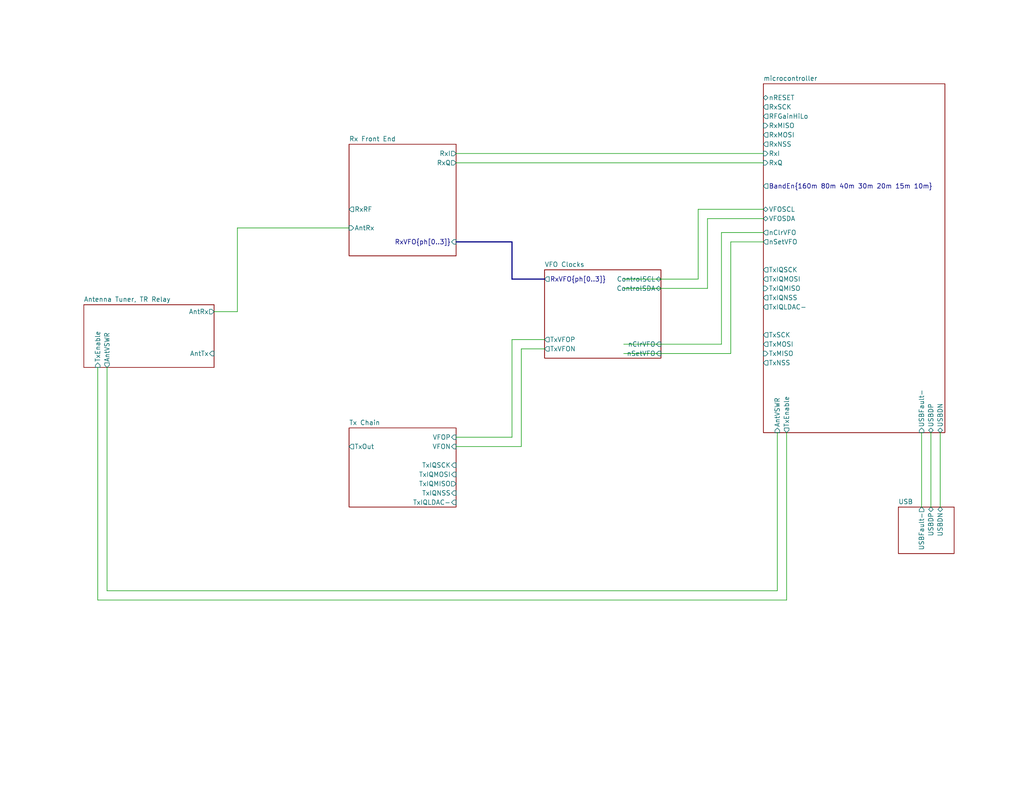
<source format=kicad_sch>
(kicad_sch
	(version 20250114)
	(generator "eeschema")
	(generator_version "9.0")
	(uuid "8ae46c04-d01a-4756-8774-512b694bfaff")
	(paper "USLetter")
	(title_block
		(title "Top Level")
		(date "2025-08-10")
		(company "WB7NAB")
		(comment 1 "Alan Mimms")
	)
	(lib_symbols)
	(bus_alias "BandEn"
		(members "160m" "80m" "40m" "30m" "20m" "15m" "10m")
	)
	(wire
		(pts
			(xy 64.77 62.23) (xy 95.25 62.23)
		)
		(stroke
			(width 0)
			(type default)
		)
		(uuid "075930b8-ddfe-4c9c-913c-5f6d0b1e3f07")
	)
	(wire
		(pts
			(xy 199.39 66.04) (xy 208.28 66.04)
		)
		(stroke
			(width 0)
			(type default)
		)
		(uuid "130b0942-14ff-4453-be0f-c8be86e738ce")
	)
	(wire
		(pts
			(xy 256.54 118.11) (xy 256.54 138.43)
		)
		(stroke
			(width 0)
			(type default)
		)
		(uuid "16ad220c-9515-4194-ac70-99e4cdd659be")
	)
	(wire
		(pts
			(xy 64.77 85.09) (xy 64.77 62.23)
		)
		(stroke
			(width 0)
			(type default)
		)
		(uuid "191658a4-f40a-4e54-989e-7ce212bcd7ff")
	)
	(wire
		(pts
			(xy 142.24 121.92) (xy 124.46 121.92)
		)
		(stroke
			(width 0)
			(type default)
		)
		(uuid "1c746066-2594-452a-a277-345b988e2392")
	)
	(wire
		(pts
			(xy 170.18 78.74) (xy 193.04 78.74)
		)
		(stroke
			(width 0)
			(type default)
		)
		(uuid "1f515eb8-4e71-45fb-93c9-77a0e332eb48")
	)
	(wire
		(pts
			(xy 193.04 59.69) (xy 208.28 59.69)
		)
		(stroke
			(width 0)
			(type default)
		)
		(uuid "21be7cea-2c23-48d0-a567-336576da85ab")
	)
	(wire
		(pts
			(xy 190.5 57.15) (xy 208.28 57.15)
		)
		(stroke
			(width 0)
			(type default)
		)
		(uuid "24b298a7-ad7d-4efb-ab54-c8bfa71f4a38")
	)
	(wire
		(pts
			(xy 148.59 92.71) (xy 139.7 92.71)
		)
		(stroke
			(width 0)
			(type default)
		)
		(uuid "2c9ca05e-489e-4fb0-b1c2-00138edb39bd")
	)
	(bus
		(pts
			(xy 139.7 76.2) (xy 139.7 66.04)
		)
		(stroke
			(width 0)
			(type default)
		)
		(uuid "355371d9-0c59-4a05-b4c6-de2babb609bc")
	)
	(wire
		(pts
			(xy 26.67 163.83) (xy 26.67 100.33)
		)
		(stroke
			(width 0)
			(type default)
		)
		(uuid "3584cd0d-2914-42ff-a24a-bdd516366eb7")
	)
	(bus
		(pts
			(xy 148.59 76.2) (xy 139.7 76.2)
		)
		(stroke
			(width 0)
			(type default)
		)
		(uuid "40fd4bf2-2d11-43fb-9d78-aabb89f0ad9a")
	)
	(wire
		(pts
			(xy 29.21 161.29) (xy 29.21 100.33)
		)
		(stroke
			(width 0)
			(type default)
		)
		(uuid "4e97ac2d-3c3f-46fd-9948-e376ff752f71")
	)
	(wire
		(pts
			(xy 190.5 57.15) (xy 190.5 76.2)
		)
		(stroke
			(width 0)
			(type default)
		)
		(uuid "5c53d985-83e2-4fbd-a4cd-28a603bb2d46")
	)
	(wire
		(pts
			(xy 170.18 93.98) (xy 196.85 93.98)
		)
		(stroke
			(width 0)
			(type default)
		)
		(uuid "5e402745-dcc0-4f7e-8132-7c909f4bbcc6")
	)
	(wire
		(pts
			(xy 214.63 118.11) (xy 214.63 163.83)
		)
		(stroke
			(width 0)
			(type default)
		)
		(uuid "6333b3d2-9fee-4465-a0bb-a94aac3f63b1")
	)
	(bus
		(pts
			(xy 139.7 66.04) (xy 124.46 66.04)
		)
		(stroke
			(width 0)
			(type default)
		)
		(uuid "706daddd-2f92-4259-84de-58821d2ba4ae")
	)
	(wire
		(pts
			(xy 196.85 63.5) (xy 196.85 93.98)
		)
		(stroke
			(width 0)
			(type default)
		)
		(uuid "72c40a65-6d4a-4a74-8d44-0d0e18028985")
	)
	(wire
		(pts
			(xy 199.39 66.04) (xy 199.39 96.52)
		)
		(stroke
			(width 0)
			(type default)
		)
		(uuid "78686d9d-0147-4902-83e7-84eab5e51afc")
	)
	(wire
		(pts
			(xy 124.46 44.45) (xy 208.28 44.45)
		)
		(stroke
			(width 0)
			(type default)
		)
		(uuid "876f387e-4148-4ed6-8ada-3427ecbc1c45")
	)
	(wire
		(pts
			(xy 170.18 76.2) (xy 190.5 76.2)
		)
		(stroke
			(width 0)
			(type default)
		)
		(uuid "94c2fc6f-74c2-4c2e-a20f-a7dd87dd44d7")
	)
	(wire
		(pts
			(xy 254 118.11) (xy 254 138.43)
		)
		(stroke
			(width 0)
			(type default)
		)
		(uuid "95cb10cc-39d7-496c-bae2-f12ea6f8601f")
	)
	(wire
		(pts
			(xy 212.09 118.11) (xy 212.09 161.29)
		)
		(stroke
			(width 0)
			(type default)
		)
		(uuid "a231f689-8e7e-42c8-8b1b-572f2a977005")
	)
	(wire
		(pts
			(xy 58.42 85.09) (xy 64.77 85.09)
		)
		(stroke
			(width 0)
			(type default)
		)
		(uuid "b00edab0-40da-4e3e-8132-15341ff6f5ac")
	)
	(wire
		(pts
			(xy 139.7 92.71) (xy 139.7 119.38)
		)
		(stroke
			(width 0)
			(type default)
		)
		(uuid "bca2ad50-7019-4ef4-9155-3e2bda6eb6e3")
	)
	(wire
		(pts
			(xy 170.18 96.52) (xy 199.39 96.52)
		)
		(stroke
			(width 0)
			(type default)
		)
		(uuid "c067e611-0e57-4d23-8296-11a0cc892c8e")
	)
	(wire
		(pts
			(xy 142.24 95.25) (xy 142.24 121.92)
		)
		(stroke
			(width 0)
			(type default)
		)
		(uuid "c2fa4873-ea0c-4abf-b68b-cbe8acba2f4e")
	)
	(wire
		(pts
			(xy 251.46 118.11) (xy 251.46 138.43)
		)
		(stroke
			(width 0)
			(type default)
		)
		(uuid "c49c83b1-9324-4d6a-afa1-b3be5d14bc2c")
	)
	(wire
		(pts
			(xy 124.46 41.91) (xy 208.28 41.91)
		)
		(stroke
			(width 0)
			(type default)
		)
		(uuid "c5776f87-b227-44ba-9701-b7caccd2b327")
	)
	(wire
		(pts
			(xy 26.67 163.83) (xy 214.63 163.83)
		)
		(stroke
			(width 0)
			(type default)
		)
		(uuid "d16f6431-1f96-4df5-a10a-9550648daf57")
	)
	(wire
		(pts
			(xy 196.85 63.5) (xy 208.28 63.5)
		)
		(stroke
			(width 0)
			(type default)
		)
		(uuid "dc74c8a4-b713-4736-91fe-1d70de34dd13")
	)
	(wire
		(pts
			(xy 139.7 119.38) (xy 124.46 119.38)
		)
		(stroke
			(width 0)
			(type default)
		)
		(uuid "de4dfc8d-3ada-423f-8d39-2ac036d1cd17")
	)
	(wire
		(pts
			(xy 193.04 59.69) (xy 193.04 78.74)
		)
		(stroke
			(width 0)
			(type default)
		)
		(uuid "e4ba3e53-2cce-4342-9d1b-fe508d9c355c")
	)
	(wire
		(pts
			(xy 148.59 95.25) (xy 142.24 95.25)
		)
		(stroke
			(width 0)
			(type default)
		)
		(uuid "e7bd3f59-5673-4255-b075-ade6be033268")
	)
	(wire
		(pts
			(xy 212.09 161.29) (xy 29.21 161.29)
		)
		(stroke
			(width 0)
			(type default)
		)
		(uuid "ed8886bd-18b6-45b3-8d19-97775f38caa3")
	)
	(sheet
		(at 95.25 39.37)
		(size 29.21 30.48)
		(exclude_from_sim no)
		(in_bom yes)
		(on_board yes)
		(dnp no)
		(fields_autoplaced yes)
		(stroke
			(width 0.1524)
			(type solid)
		)
		(fill
			(color 0 0 0 0.0000)
		)
		(uuid "0ee31834-a2c3-474b-9f7c-c9b4f3cadb3f")
		(property "Sheetname" "Rx Front End"
			(at 95.25 38.6584 0)
			(effects
				(font
					(size 1.27 1.27)
				)
				(justify left bottom)
			)
		)
		(property "Sheetfile" "rx-signal-chain.kicad_sch"
			(at 95.25 70.4346 0)
			(effects
				(font
					(size 1.27 1.27)
				)
				(justify left top)
				(hide yes)
			)
		)
		(pin "AntRx" input
			(at 95.25 62.23 180)
			(uuid "60ddabdc-70c7-41ba-abb2-4f6fdd89302d")
			(effects
				(font
					(size 1.27 1.27)
				)
				(justify left)
			)
		)
		(pin "RxQ" output
			(at 124.46 44.45 0)
			(uuid "cda0ce7f-80e1-49db-bc3a-8d15a2fdd8bf")
			(effects
				(font
					(size 1.27 1.27)
				)
				(justify right)
			)
		)
		(pin "RxI" output
			(at 124.46 41.91 0)
			(uuid "74d076cb-da44-4673-bde3-87a4f07e6969")
			(effects
				(font
					(size 1.27 1.27)
				)
				(justify right)
			)
		)
		(pin "RxRF" output
			(at 95.25 57.15 180)
			(uuid "c9a45b44-3ae8-477a-b551-b4b1351169de")
			(effects
				(font
					(size 1.27 1.27)
				)
				(justify left)
			)
		)
		(pin "RxVFO{ph[0..3]}" input
			(at 124.46 66.04 0)
			(uuid "dc9edaa8-1e7b-4a9f-918f-1d25f4019678")
			(effects
				(font
					(size 1.27 1.27)
				)
				(justify right)
			)
		)
		(instances
			(project "USB-SSB-txcvr"
				(path "/8ae46c04-d01a-4756-8774-512b694bfaff"
					(page "4")
				)
			)
		)
	)
	(sheet
		(at 22.86 83.185)
		(size 35.56 17.145)
		(exclude_from_sim no)
		(in_bom yes)
		(on_board yes)
		(dnp no)
		(fields_autoplaced yes)
		(stroke
			(width 0.1524)
			(type solid)
		)
		(fill
			(color 0 0 0 0.0000)
		)
		(uuid "1ffb1160-1891-4fab-821d-83a4f4ddba5b")
		(property "Sheetname" "Antenna Tuner, TR Relay"
			(at 22.86 82.4734 0)
			(effects
				(font
					(size 1.27 1.27)
				)
				(justify left bottom)
			)
		)
		(property "Sheetfile" "ant.kicad_sch"
			(at 22.86 100.9146 0)
			(effects
				(font
					(size 1.27 1.27)
				)
				(justify left top)
				(hide yes)
			)
		)
		(pin "AntRx" output
			(at 58.42 85.09 0)
			(uuid "5fdd15f8-7aa7-4a92-b996-0a2e20c830f0")
			(effects
				(font
					(size 1.27 1.27)
				)
				(justify right)
			)
		)
		(pin "AntTx" input
			(at 58.42 96.52 0)
			(uuid "a8fb8bfb-0b5e-4d6e-abf7-23823cd897ba")
			(effects
				(font
					(size 1.27 1.27)
				)
				(justify right)
			)
		)
		(pin "TxEnable" input
			(at 26.67 100.33 270)
			(uuid "22a360e8-32bc-4bff-ae70-9f96aba3139a")
			(effects
				(font
					(size 1.27 1.27)
				)
				(justify left)
			)
		)
		(pin "AntVSWR" output
			(at 29.21 100.33 270)
			(uuid "4a6b9c85-61d2-43f3-b967-c92226b01439")
			(effects
				(font
					(size 1.27 1.27)
				)
				(justify left)
			)
		)
		(instances
			(project "USB-SSB-txcvr"
				(path "/8ae46c04-d01a-4756-8774-512b694bfaff"
					(page "13")
				)
			)
		)
	)
	(sheet
		(at 95.25 116.84)
		(size 29.21 21.59)
		(exclude_from_sim no)
		(in_bom yes)
		(on_board yes)
		(dnp no)
		(fields_autoplaced yes)
		(stroke
			(width 0.1524)
			(type solid)
		)
		(fill
			(color 0 0 0 0.0000)
		)
		(uuid "2406d03c-531b-4eaf-8b4b-4b266b9d0f2b")
		(property "Sheetname" "Tx Chain"
			(at 95.25 116.1284 0)
			(effects
				(font
					(size 1.27 1.27)
				)
				(justify left bottom)
			)
		)
		(property "Sheetfile" "tx-signal-chain.kicad_sch"
			(at 95.25 139.0146 0)
			(effects
				(font
					(size 1.27 1.27)
				)
				(justify left top)
				(hide yes)
			)
		)
		(pin "VFON" input
			(at 124.46 121.92 0)
			(uuid "845a9ec0-8530-429b-96da-e85629f23131")
			(effects
				(font
					(size 1.27 1.27)
				)
				(justify right)
			)
		)
		(pin "TxOut" output
			(at 95.25 121.92 180)
			(uuid "9ac80ba2-73a6-469b-afb1-280782d04e33")
			(effects
				(font
					(size 1.27 1.27)
				)
				(justify left)
			)
		)
		(pin "VFOP" input
			(at 124.46 119.38 0)
			(uuid "1b8cec30-1699-4987-9b77-465ccdb03bbd")
			(effects
				(font
					(size 1.27 1.27)
				)
				(justify right)
			)
		)
		(pin "TxIQLDAC-" input
			(at 124.46 137.16 0)
			(uuid "f5e14ebd-d020-4bed-b008-44a26ab7434a")
			(effects
				(font
					(size 1.27 1.27)
				)
				(justify right)
			)
		)
		(pin "TxIQMISO" output
			(at 124.46 132.08 0)
			(uuid "4418b087-8bc2-40c6-ad21-d13ebf9c76db")
			(effects
				(font
					(size 1.27 1.27)
				)
				(justify right)
			)
		)
		(pin "TxIQMOSI" input
			(at 124.46 129.54 0)
			(uuid "410b669d-322a-4b89-a5ac-a6776ff416e9")
			(effects
				(font
					(size 1.27 1.27)
				)
				(justify right)
			)
		)
		(pin "TxIQNSS" input
			(at 124.46 134.62 0)
			(uuid "4cd58f3c-1bdf-4e71-b0e2-5abd1b5f8f97")
			(effects
				(font
					(size 1.27 1.27)
				)
				(justify right)
			)
		)
		(pin "TxIQSCK" input
			(at 124.46 127 0)
			(uuid "466465a2-161b-46de-a07f-43af9f08987f")
			(effects
				(font
					(size 1.27 1.27)
				)
				(justify right)
			)
		)
		(instances
			(project "USB-SSB-txcvr"
				(path "/8ae46c04-d01a-4756-8774-512b694bfaff"
					(page "12")
				)
			)
		)
	)
	(sheet
		(at 245.11 138.43)
		(size 15.24 12.7)
		(exclude_from_sim no)
		(in_bom yes)
		(on_board yes)
		(dnp no)
		(fields_autoplaced yes)
		(stroke
			(width 0.1524)
			(type solid)
		)
		(fill
			(color 0 0 0 0.0000)
		)
		(uuid "989674b0-a935-4352-9502-d92e0c9bb54e")
		(property "Sheetname" "USB"
			(at 245.11 137.7184 0)
			(effects
				(font
					(size 1.27 1.27)
				)
				(justify left bottom)
			)
		)
		(property "Sheetfile" "usb.kicad_sch"
			(at 245.11 151.7146 0)
			(effects
				(font
					(size 1.27 1.27)
				)
				(justify left top)
				(hide yes)
			)
		)
		(pin "USBDP" bidirectional
			(at 254 138.43 90)
			(uuid "264552e9-321a-42da-bd86-d950cfb43272")
			(effects
				(font
					(size 1.27 1.27)
				)
				(justify right)
			)
		)
		(pin "USBFault-" output
			(at 251.46 138.43 90)
			(uuid "424296fd-6bcc-4a58-b179-2009e5dc21ea")
			(effects
				(font
					(size 1.27 1.27)
				)
				(justify right)
			)
		)
		(pin "USBDN" bidirectional
			(at 256.54 138.43 90)
			(uuid "6860df71-2c55-4e03-83b2-5588b5d83125")
			(effects
				(font
					(size 1.27 1.27)
				)
				(justify right)
			)
		)
		(instances
			(project "USB-SSB-txcvr"
				(path "/8ae46c04-d01a-4756-8774-512b694bfaff"
					(page "11")
				)
			)
		)
	)
	(sheet
		(at 208.28 22.86)
		(size 49.53 95.25)
		(exclude_from_sim no)
		(in_bom yes)
		(on_board yes)
		(dnp no)
		(fields_autoplaced yes)
		(stroke
			(width 0.1524)
			(type solid)
		)
		(fill
			(color 0 0 0 0.0000)
		)
		(uuid "c32f5700-dc71-4705-afb9-ca83a93b0543")
		(property "Sheetname" "microcontroller"
			(at 208.28 22.1484 0)
			(effects
				(font
					(size 1.27 1.27)
				)
				(justify left bottom)
			)
		)
		(property "Sheetfile" "microcontroller.kicad_sch"
			(at 208.28 118.6946 0)
			(effects
				(font
					(size 1.27 1.27)
				)
				(justify left top)
				(hide yes)
			)
		)
		(pin "RxQ" input
			(at 208.28 44.45 180)
			(uuid "3d3b2a46-0d08-4959-a89c-6f645e56a8d8")
			(effects
				(font
					(size 1.27 1.27)
				)
				(justify left)
			)
		)
		(pin "RxI" input
			(at 208.28 41.91 180)
			(uuid "4960b07a-7565-4795-96ae-281a97de3ce7")
			(effects
				(font
					(size 1.27 1.27)
				)
				(justify left)
			)
		)
		(pin "TxEnable" output
			(at 214.63 118.11 270)
			(uuid "b9f26037-dbc3-4e85-913b-ccf0c9e8de76")
			(effects
				(font
					(size 1.27 1.27)
				)
				(justify left)
			)
		)
		(pin "VFOSCL" bidirectional
			(at 208.28 57.15 180)
			(uuid "37a0679b-9843-4507-9ee5-103246d333c2")
			(effects
				(font
					(size 1.27 1.27)
				)
				(justify left)
			)
		)
		(pin "VFOSDA" bidirectional
			(at 208.28 59.69 180)
			(uuid "01ff1478-f7e3-4e29-86fc-4fcc8d46ed93")
			(effects
				(font
					(size 1.27 1.27)
				)
				(justify left)
			)
		)
		(pin "AntVSWR" input
			(at 212.09 118.11 270)
			(uuid "aef9c3a8-cb3a-46e9-897f-43a2ee208171")
			(effects
				(font
					(size 1.27 1.27)
				)
				(justify left)
			)
		)
		(pin "TxMISO" input
			(at 208.28 96.52 180)
			(uuid "c49ff4d5-4df9-4d9e-bcc5-13023d3aa660")
			(effects
				(font
					(size 1.27 1.27)
				)
				(justify left)
			)
		)
		(pin "TxMOSI" output
			(at 208.28 93.98 180)
			(uuid "62d00730-92c8-440d-a5bd-b87da83f024d")
			(effects
				(font
					(size 1.27 1.27)
				)
				(justify left)
			)
		)
		(pin "TxNSS" output
			(at 208.28 99.06 180)
			(uuid "7b086cd3-bd70-4004-aee8-9430e4faa52a")
			(effects
				(font
					(size 1.27 1.27)
				)
				(justify left)
			)
		)
		(pin "TxSCK" output
			(at 208.28 91.44 180)
			(uuid "65b94c93-1fc8-4321-85e7-ce784783e8db")
			(effects
				(font
					(size 1.27 1.27)
				)
				(justify left)
			)
		)
		(pin "TxIQLDAC-" output
			(at 208.28 83.82 180)
			(uuid "2eb463a8-3e6a-47c4-878c-1ea96da6ff68")
			(effects
				(font
					(size 1.27 1.27)
				)
				(justify left)
			)
		)
		(pin "TxIQMISO" input
			(at 208.28 78.74 180)
			(uuid "fa0c07cb-8f17-442c-820e-0ba1f268fddc")
			(effects
				(font
					(size 1.27 1.27)
				)
				(justify left)
			)
		)
		(pin "TxIQMOSI" output
			(at 208.28 76.2 180)
			(uuid "e05945ff-60db-4cda-93d1-197cae68f81e")
			(effects
				(font
					(size 1.27 1.27)
				)
				(justify left)
			)
		)
		(pin "TxIQNSS" output
			(at 208.28 81.28 180)
			(uuid "bbcd81ce-0e24-4dac-a744-11ad1e495e07")
			(effects
				(font
					(size 1.27 1.27)
				)
				(justify left)
			)
		)
		(pin "TxIQSCK" output
			(at 208.28 73.66 180)
			(uuid "5c265226-f831-4fad-90d0-7675fc22ab10")
			(effects
				(font
					(size 1.27 1.27)
				)
				(justify left)
			)
		)
		(pin "USBDP" bidirectional
			(at 254 118.11 270)
			(uuid "5c4fbdae-dbd3-4fcf-8117-6de33389bb36")
			(effects
				(font
					(size 1.27 1.27)
				)
				(justify left)
			)
		)
		(pin "USBFault-" input
			(at 251.46 118.11 270)
			(uuid "8f9ed730-6824-441f-a75a-4489b93c21ac")
			(effects
				(font
					(size 1.27 1.27)
				)
				(justify left)
			)
		)
		(pin "USBDN" bidirectional
			(at 256.54 118.11 270)
			(uuid "9dd25e81-c439-49cb-9192-775d2937684a")
			(effects
				(font
					(size 1.27 1.27)
				)
				(justify left)
			)
		)
		(pin "nRESET" bidirectional
			(at 208.28 26.67 180)
			(uuid "8d69b069-4db5-46aa-a9d3-ed719844001c")
			(effects
				(font
					(size 1.27 1.27)
				)
				(justify left)
			)
		)
		(pin "nClrVFO" output
			(at 208.28 63.5 180)
			(uuid "40033ad9-f87f-4656-844b-07180bd6a000")
			(effects
				(font
					(size 1.27 1.27)
				)
				(justify left)
			)
		)
		(pin "RFGainHiLo" output
			(at 208.28 31.75 180)
			(uuid "e80953fa-c815-490b-b6c1-a13bf6ddda95")
			(effects
				(font
					(size 1.27 1.27)
				)
				(justify left)
			)
		)
		(pin "RxMISO" input
			(at 208.28 34.29 180)
			(uuid "d65e4ff8-3bae-4e9e-81f1-4d9a11f5c6b4")
			(effects
				(font
					(size 1.27 1.27)
				)
				(justify left)
			)
		)
		(pin "RxMOSI" output
			(at 208.28 36.83 180)
			(uuid "45d261b3-edde-4bc7-976e-316fc801fa43")
			(effects
				(font
					(size 1.27 1.27)
				)
				(justify left)
			)
		)
		(pin "RxNSS" output
			(at 208.28 39.37 180)
			(uuid "c6cf6165-48c6-434f-9b6d-3b850dbac625")
			(effects
				(font
					(size 1.27 1.27)
				)
				(justify left)
			)
		)
		(pin "RxSCK" output
			(at 208.28 29.21 180)
			(uuid "e6315d1a-0f3f-46c2-b483-2c4c810a6f4d")
			(effects
				(font
					(size 1.27 1.27)
				)
				(justify left)
			)
		)
		(pin "nSetVFO" output
			(at 208.28 66.04 180)
			(uuid "4f2677a5-ae0f-45b2-a3df-4d2861079ea9")
			(effects
				(font
					(size 1.27 1.27)
				)
				(justify left)
			)
		)
		(pin "BandEn{160m 80m 40m 30m 20m 15m 10m}" output
			(at 208.28 50.8 180)
			(uuid "cf564875-9c51-4043-a53d-0df451fce259")
			(effects
				(font
					(size 1.27 1.27)
				)
				(justify left)
			)
		)
		(instances
			(project "USB-SSB-txcvr"
				(path "/8ae46c04-d01a-4756-8774-512b694bfaff"
					(page "2")
				)
			)
		)
	)
	(sheet
		(at 148.59 73.66)
		(size 31.75 24.13)
		(exclude_from_sim no)
		(in_bom yes)
		(on_board yes)
		(dnp no)
		(fields_autoplaced yes)
		(stroke
			(width 0.1524)
			(type solid)
		)
		(fill
			(color 0 0 0 0.0000)
		)
		(uuid "dab9d1f1-a255-4db5-bc55-08fa1f9f2738")
		(property "Sheetname" "VFO Clocks"
			(at 148.59 72.9484 0)
			(effects
				(font
					(size 1.27 1.27)
				)
				(justify left bottom)
			)
		)
		(property "Sheetfile" "VFO.kicad_sch"
			(at 148.59 98.3746 0)
			(effects
				(font
					(size 1.27 1.27)
				)
				(justify left top)
				(hide yes)
			)
		)
		(pin "ControlSCL" bidirectional
			(at 180.34 76.2 0)
			(uuid "ca2a7f50-38fb-4db0-8110-93109be8f90d")
			(effects
				(font
					(size 1.27 1.27)
				)
				(justify right)
			)
		)
		(pin "ControlSDA" bidirectional
			(at 180.34 78.74 0)
			(uuid "6e1beed4-442e-47fc-bc5f-7b143aba5e16")
			(effects
				(font
					(size 1.27 1.27)
				)
				(justify right)
			)
		)
		(pin "TxVFON" output
			(at 148.59 95.25 180)
			(uuid "9dffdaac-e725-4ce3-920f-d9a67bd312f0")
			(effects
				(font
					(size 1.27 1.27)
				)
				(justify left)
			)
		)
		(pin "TxVFOP" output
			(at 148.59 92.71 180)
			(uuid "22cba263-8075-44df-b9fe-e7c157486da8")
			(effects
				(font
					(size 1.27 1.27)
				)
				(justify left)
			)
		)
		(pin "nClrVFO" input
			(at 180.34 93.98 0)
			(uuid "ac7aa2ce-18c1-43c6-b441-60f5f7559b71")
			(effects
				(font
					(size 1.27 1.27)
				)
				(justify right)
			)
		)
		(pin "nSetVFO" input
			(at 180.34 96.52 0)
			(uuid "208a7647-ea4f-468d-a536-7d6297fbe09e")
			(effects
				(font
					(size 1.27 1.27)
				)
				(justify right)
			)
		)
		(pin "RxVFO{ph[0..3]}" output
			(at 148.59 76.2 180)
			(uuid "1b542789-d239-4c4a-ace2-ebe8c3d91591")
			(effects
				(font
					(size 1.27 1.27)
				)
				(justify left)
			)
		)
		(instances
			(project "USB-SSB-txcvr"
				(path "/8ae46c04-d01a-4756-8774-512b694bfaff"
					(page "3")
				)
			)
		)
	)
	(sheet_instances
		(path "/"
			(page "1")
		)
	)
	(embedded_fonts no)
)

</source>
